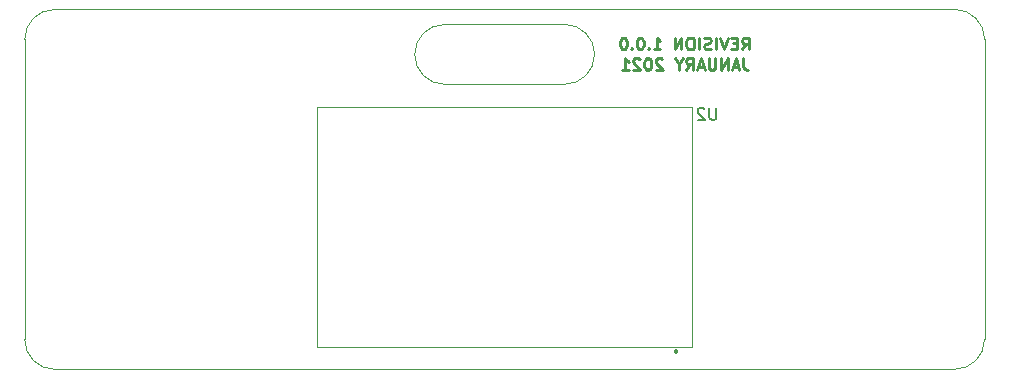
<source format=gbr>
%TF.GenerationSoftware,KiCad,Pcbnew,5.1.8+dfsg1-1+b1*%
%TF.CreationDate,2021-01-29T12:05:02-06:00*%
%TF.ProjectId,driver,64726976-6572-42e6-9b69-6361645f7063,1.0.0*%
%TF.SameCoordinates,Original*%
%TF.FileFunction,Legend,Bot*%
%TF.FilePolarity,Positive*%
%FSLAX46Y46*%
G04 Gerber Fmt 4.6, Leading zero omitted, Abs format (unit mm)*
G04 Created by KiCad (PCBNEW 5.1.8+dfsg1-1+b1) date 2021-01-29 12:05:02*
%MOMM*%
%LPD*%
G01*
G04 APERTURE LIST*
%TA.AperFunction,Profile*%
%ADD10C,0.100000*%
%TD*%
%ADD11C,0.250000*%
%ADD12C,0.100000*%
%ADD13C,0.300000*%
%ADD14C,0.150000*%
G04 APERTURE END LIST*
D10*
X121920000Y-85090000D02*
G75*
G02*
X119380000Y-82550000I0J2540000D01*
G01*
X165100000Y-78740000D02*
X88900000Y-78740000D01*
X119380000Y-82550000D02*
G75*
G02*
X121920000Y-80010000I2540000J0D01*
G01*
X132080000Y-80010000D02*
G75*
G02*
X134620000Y-82550000I0J-2540000D01*
G01*
X134620000Y-82550000D02*
G75*
G02*
X132080000Y-85090000I-2540000J0D01*
G01*
X132080000Y-80010000D02*
X121920000Y-80010000D01*
X132080000Y-85090000D02*
X121920000Y-85090000D01*
X165100000Y-109220000D02*
X88900000Y-109220000D01*
X86360000Y-81280000D02*
X86360000Y-106680000D01*
X167640000Y-106680000D02*
X167640000Y-81280000D01*
X86360000Y-81280000D02*
G75*
G02*
X88900000Y-78740000I2540000J0D01*
G01*
X88900000Y-109220000D02*
G75*
G02*
X86360000Y-106680000I0J2540000D01*
G01*
X167640000Y-106680000D02*
G75*
G02*
X165100000Y-109220000I-2540000J0D01*
G01*
X165100000Y-78740000D02*
G75*
G02*
X167640000Y-81280000I0J-2540000D01*
G01*
D11*
X147097142Y-82127380D02*
X147430476Y-81651190D01*
X147668571Y-82127380D02*
X147668571Y-81127380D01*
X147287619Y-81127380D01*
X147192380Y-81175000D01*
X147144761Y-81222619D01*
X147097142Y-81317857D01*
X147097142Y-81460714D01*
X147144761Y-81555952D01*
X147192380Y-81603571D01*
X147287619Y-81651190D01*
X147668571Y-81651190D01*
X146668571Y-81603571D02*
X146335238Y-81603571D01*
X146192380Y-82127380D02*
X146668571Y-82127380D01*
X146668571Y-81127380D01*
X146192380Y-81127380D01*
X145906666Y-81127380D02*
X145573333Y-82127380D01*
X145240000Y-81127380D01*
X144906666Y-82127380D02*
X144906666Y-81127380D01*
X144478095Y-82079761D02*
X144335238Y-82127380D01*
X144097142Y-82127380D01*
X144001904Y-82079761D01*
X143954285Y-82032142D01*
X143906666Y-81936904D01*
X143906666Y-81841666D01*
X143954285Y-81746428D01*
X144001904Y-81698809D01*
X144097142Y-81651190D01*
X144287619Y-81603571D01*
X144382857Y-81555952D01*
X144430476Y-81508333D01*
X144478095Y-81413095D01*
X144478095Y-81317857D01*
X144430476Y-81222619D01*
X144382857Y-81175000D01*
X144287619Y-81127380D01*
X144049523Y-81127380D01*
X143906666Y-81175000D01*
X143478095Y-82127380D02*
X143478095Y-81127380D01*
X142811428Y-81127380D02*
X142620952Y-81127380D01*
X142525714Y-81175000D01*
X142430476Y-81270238D01*
X142382857Y-81460714D01*
X142382857Y-81794047D01*
X142430476Y-81984523D01*
X142525714Y-82079761D01*
X142620952Y-82127380D01*
X142811428Y-82127380D01*
X142906666Y-82079761D01*
X143001904Y-81984523D01*
X143049523Y-81794047D01*
X143049523Y-81460714D01*
X143001904Y-81270238D01*
X142906666Y-81175000D01*
X142811428Y-81127380D01*
X141954285Y-82127380D02*
X141954285Y-81127380D01*
X141382857Y-82127380D01*
X141382857Y-81127380D01*
X139620952Y-82127380D02*
X140192380Y-82127380D01*
X139906666Y-82127380D02*
X139906666Y-81127380D01*
X140001904Y-81270238D01*
X140097142Y-81365476D01*
X140192380Y-81413095D01*
X139192380Y-82032142D02*
X139144761Y-82079761D01*
X139192380Y-82127380D01*
X139240000Y-82079761D01*
X139192380Y-82032142D01*
X139192380Y-82127380D01*
X138525714Y-81127380D02*
X138430476Y-81127380D01*
X138335238Y-81175000D01*
X138287619Y-81222619D01*
X138240000Y-81317857D01*
X138192380Y-81508333D01*
X138192380Y-81746428D01*
X138240000Y-81936904D01*
X138287619Y-82032142D01*
X138335238Y-82079761D01*
X138430476Y-82127380D01*
X138525714Y-82127380D01*
X138620952Y-82079761D01*
X138668571Y-82032142D01*
X138716190Y-81936904D01*
X138763809Y-81746428D01*
X138763809Y-81508333D01*
X138716190Y-81317857D01*
X138668571Y-81222619D01*
X138620952Y-81175000D01*
X138525714Y-81127380D01*
X137763809Y-82032142D02*
X137716190Y-82079761D01*
X137763809Y-82127380D01*
X137811428Y-82079761D01*
X137763809Y-82032142D01*
X137763809Y-82127380D01*
X137097142Y-81127380D02*
X137001904Y-81127380D01*
X136906666Y-81175000D01*
X136859047Y-81222619D01*
X136811428Y-81317857D01*
X136763809Y-81508333D01*
X136763809Y-81746428D01*
X136811428Y-81936904D01*
X136859047Y-82032142D01*
X136906666Y-82079761D01*
X137001904Y-82127380D01*
X137097142Y-82127380D01*
X137192380Y-82079761D01*
X137240000Y-82032142D01*
X137287619Y-81936904D01*
X137335238Y-81746428D01*
X137335238Y-81508333D01*
X137287619Y-81317857D01*
X137240000Y-81222619D01*
X137192380Y-81175000D01*
X137097142Y-81127380D01*
X147216190Y-82877380D02*
X147216190Y-83591666D01*
X147263809Y-83734523D01*
X147359047Y-83829761D01*
X147501904Y-83877380D01*
X147597142Y-83877380D01*
X146787619Y-83591666D02*
X146311428Y-83591666D01*
X146882857Y-83877380D02*
X146549523Y-82877380D01*
X146216190Y-83877380D01*
X145882857Y-83877380D02*
X145882857Y-82877380D01*
X145311428Y-83877380D01*
X145311428Y-82877380D01*
X144835238Y-82877380D02*
X144835238Y-83686904D01*
X144787619Y-83782142D01*
X144740000Y-83829761D01*
X144644761Y-83877380D01*
X144454285Y-83877380D01*
X144359047Y-83829761D01*
X144311428Y-83782142D01*
X144263809Y-83686904D01*
X144263809Y-82877380D01*
X143835238Y-83591666D02*
X143359047Y-83591666D01*
X143930476Y-83877380D02*
X143597142Y-82877380D01*
X143263809Y-83877380D01*
X142359047Y-83877380D02*
X142692380Y-83401190D01*
X142930476Y-83877380D02*
X142930476Y-82877380D01*
X142549523Y-82877380D01*
X142454285Y-82925000D01*
X142406666Y-82972619D01*
X142359047Y-83067857D01*
X142359047Y-83210714D01*
X142406666Y-83305952D01*
X142454285Y-83353571D01*
X142549523Y-83401190D01*
X142930476Y-83401190D01*
X141740000Y-83401190D02*
X141740000Y-83877380D01*
X142073333Y-82877380D02*
X141740000Y-83401190D01*
X141406666Y-82877380D01*
X140359047Y-82972619D02*
X140311428Y-82925000D01*
X140216190Y-82877380D01*
X139978095Y-82877380D01*
X139882857Y-82925000D01*
X139835238Y-82972619D01*
X139787619Y-83067857D01*
X139787619Y-83163095D01*
X139835238Y-83305952D01*
X140406666Y-83877380D01*
X139787619Y-83877380D01*
X139168571Y-82877380D02*
X139073333Y-82877380D01*
X138978095Y-82925000D01*
X138930476Y-82972619D01*
X138882857Y-83067857D01*
X138835238Y-83258333D01*
X138835238Y-83496428D01*
X138882857Y-83686904D01*
X138930476Y-83782142D01*
X138978095Y-83829761D01*
X139073333Y-83877380D01*
X139168571Y-83877380D01*
X139263809Y-83829761D01*
X139311428Y-83782142D01*
X139359047Y-83686904D01*
X139406666Y-83496428D01*
X139406666Y-83258333D01*
X139359047Y-83067857D01*
X139311428Y-82972619D01*
X139263809Y-82925000D01*
X139168571Y-82877380D01*
X138454285Y-82972619D02*
X138406666Y-82925000D01*
X138311428Y-82877380D01*
X138073333Y-82877380D01*
X137978095Y-82925000D01*
X137930476Y-82972619D01*
X137882857Y-83067857D01*
X137882857Y-83163095D01*
X137930476Y-83305952D01*
X138501904Y-83877380D01*
X137882857Y-83877380D01*
X136930476Y-83877380D02*
X137501904Y-83877380D01*
X137216190Y-83877380D02*
X137216190Y-82877380D01*
X137311428Y-83020238D01*
X137406666Y-83115476D01*
X137501904Y-83163095D01*
D12*
%TO.C,U2*%
X142900000Y-107305000D02*
X142900000Y-87005000D01*
X142900000Y-87005000D02*
X111100000Y-87005000D01*
X111100000Y-87005000D02*
X111100000Y-107305000D01*
X111100000Y-107305000D02*
X142900000Y-107305000D01*
D13*
X141500000Y-107655000D02*
X141500000Y-107655000D01*
X141500000Y-107755000D02*
X141500000Y-107755000D01*
X141500000Y-107655000D02*
G75*
G03*
X141500000Y-107755000I0J-50000D01*
G01*
X141500000Y-107755000D02*
G75*
G03*
X141500000Y-107655000I0J50000D01*
G01*
%TD*%
%TO.C,U2*%
D14*
X144906904Y-87082380D02*
X144906904Y-87891904D01*
X144859285Y-87987142D01*
X144811666Y-88034761D01*
X144716428Y-88082380D01*
X144525952Y-88082380D01*
X144430714Y-88034761D01*
X144383095Y-87987142D01*
X144335476Y-87891904D01*
X144335476Y-87082380D01*
X143906904Y-87177619D02*
X143859285Y-87130000D01*
X143764047Y-87082380D01*
X143525952Y-87082380D01*
X143430714Y-87130000D01*
X143383095Y-87177619D01*
X143335476Y-87272857D01*
X143335476Y-87368095D01*
X143383095Y-87510952D01*
X143954523Y-88082380D01*
X143335476Y-88082380D01*
%TD*%
M02*

</source>
